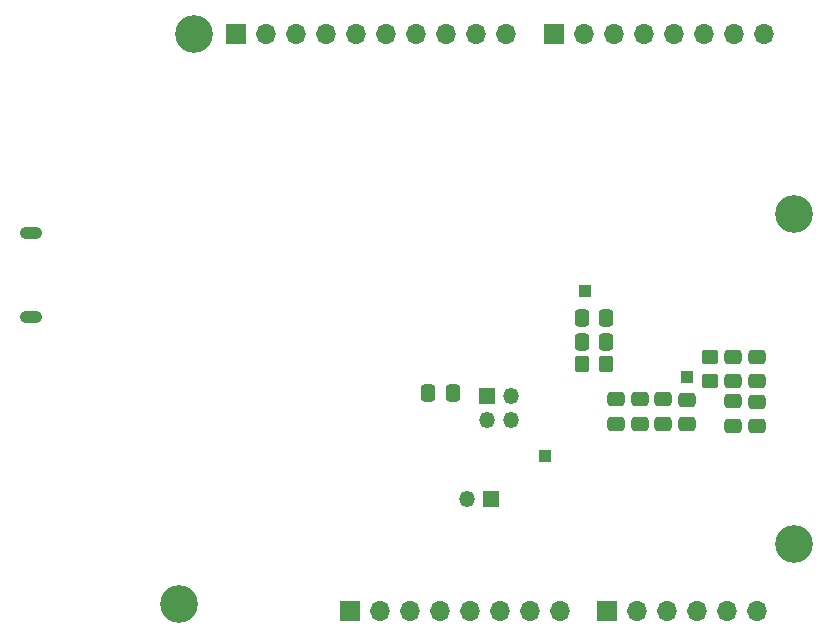
<source format=gbr>
%TF.GenerationSoftware,KiCad,Pcbnew,7.0.1*%
%TF.CreationDate,2023-05-12T19:52:32+02:00*%
%TF.ProjectId,UFO-FPGA,55464f2d-4650-4474-912e-6b696361645f,V0.8*%
%TF.SameCoordinates,Original*%
%TF.FileFunction,Soldermask,Bot*%
%TF.FilePolarity,Negative*%
%FSLAX46Y46*%
G04 Gerber Fmt 4.6, Leading zero omitted, Abs format (unit mm)*
G04 Created by KiCad (PCBNEW 7.0.1) date 2023-05-12 19:52:32*
%MOMM*%
%LPD*%
G01*
G04 APERTURE LIST*
G04 Aperture macros list*
%AMRoundRect*
0 Rectangle with rounded corners*
0 $1 Rounding radius*
0 $2 $3 $4 $5 $6 $7 $8 $9 X,Y pos of 4 corners*
0 Add a 4 corners polygon primitive as box body*
4,1,4,$2,$3,$4,$5,$6,$7,$8,$9,$2,$3,0*
0 Add four circle primitives for the rounded corners*
1,1,$1+$1,$2,$3*
1,1,$1+$1,$4,$5*
1,1,$1+$1,$6,$7*
1,1,$1+$1,$8,$9*
0 Add four rect primitives between the rounded corners*
20,1,$1+$1,$2,$3,$4,$5,0*
20,1,$1+$1,$4,$5,$6,$7,0*
20,1,$1+$1,$6,$7,$8,$9,0*
20,1,$1+$1,$8,$9,$2,$3,0*%
G04 Aperture macros list end*
%ADD10R,1.700000X1.700000*%
%ADD11O,1.700000X1.700000*%
%ADD12C,3.200000*%
%ADD13O,1.900000X1.050000*%
%ADD14R,1.350000X1.350000*%
%ADD15O,1.350000X1.350000*%
%ADD16RoundRect,0.250000X-0.475000X0.337500X-0.475000X-0.337500X0.475000X-0.337500X0.475000X0.337500X0*%
%ADD17RoundRect,0.250000X-0.337500X-0.475000X0.337500X-0.475000X0.337500X0.475000X-0.337500X0.475000X0*%
%ADD18RoundRect,0.250000X-0.450000X0.350000X-0.450000X-0.350000X0.450000X-0.350000X0.450000X0.350000X0*%
%ADD19RoundRect,0.250000X0.475000X-0.337500X0.475000X0.337500X-0.475000X0.337500X-0.475000X-0.337500X0*%
%ADD20RoundRect,0.250000X0.337500X0.475000X-0.337500X0.475000X-0.337500X-0.475000X0.337500X-0.475000X0*%
%ADD21R,1.000000X1.000000*%
%ADD22RoundRect,0.250000X-0.350000X-0.450000X0.350000X-0.450000X0.350000X0.450000X-0.350000X0.450000X0*%
G04 APERTURE END LIST*
D10*
%TO.C,J2*%
X161710000Y-99500000D03*
D11*
X164250000Y-99500000D03*
X166790000Y-99500000D03*
X169330000Y-99500000D03*
X171870000Y-99500000D03*
X174410000Y-99500000D03*
%TD*%
D12*
%TO.C,MH2*%
X125478000Y-98940000D03*
%TD*%
D10*
%TO.C,J3*%
X130304000Y-50680000D03*
D11*
X132844000Y-50680000D03*
X135384000Y-50680000D03*
X137924000Y-50680000D03*
X140464000Y-50680000D03*
X143004000Y-50680000D03*
X145544000Y-50680000D03*
X148084000Y-50680000D03*
X150624000Y-50680000D03*
X153164000Y-50680000D03*
%TD*%
D13*
%TO.C,J5*%
X112970000Y-67505000D03*
X112970000Y-74655000D03*
%TD*%
D10*
%TO.C,J4*%
X157228000Y-50680000D03*
D11*
X159768000Y-50680000D03*
X162308000Y-50680000D03*
X164848000Y-50680000D03*
X167388000Y-50680000D03*
X169928000Y-50680000D03*
X172468000Y-50680000D03*
X175008000Y-50680000D03*
%TD*%
D14*
%TO.C,J6*%
X151610000Y-81380000D03*
D15*
X153610000Y-81380000D03*
X151610000Y-83380000D03*
X153610000Y-83380000D03*
%TD*%
D14*
%TO.C,JP1*%
X151910000Y-90030000D03*
D15*
X149910000Y-90030000D03*
%TD*%
D10*
%TO.C,J1*%
X139960000Y-99500000D03*
D11*
X142500000Y-99500000D03*
X145040000Y-99500000D03*
X147580000Y-99500000D03*
X150120000Y-99500000D03*
X152660000Y-99500000D03*
X155200000Y-99500000D03*
X157740000Y-99500000D03*
%TD*%
D12*
%TO.C,MH1*%
X126748000Y-50680000D03*
%TD*%
%TO.C,MH3*%
X177548000Y-65920000D03*
%TD*%
%TO.C,MH4*%
X177548000Y-93860000D03*
%TD*%
D16*
%TO.C,C31*%
X172420000Y-81772500D03*
X172420000Y-83847500D03*
%TD*%
D17*
%TO.C,C17*%
X159605200Y-74755800D03*
X161680200Y-74755800D03*
%TD*%
D18*
%TO.C,R26*%
X170460000Y-78040000D03*
X170460000Y-80040000D03*
%TD*%
D19*
%TO.C,C20*%
X174400000Y-80087500D03*
X174400000Y-78012500D03*
%TD*%
D20*
%TO.C,C15*%
X148662500Y-81050000D03*
X146587500Y-81050000D03*
%TD*%
D16*
%TO.C,C69*%
X164510000Y-81622500D03*
X164510000Y-83697500D03*
%TD*%
%TO.C,C67*%
X166490000Y-81612500D03*
X166490000Y-83687500D03*
%TD*%
%TO.C,C43*%
X168478100Y-81639700D03*
X168478100Y-83714700D03*
%TD*%
D21*
%TO.C,TP6*%
X168470000Y-79760000D03*
%TD*%
D22*
%TO.C,R25*%
X159630000Y-78670000D03*
X161630000Y-78670000D03*
%TD*%
D17*
%TO.C,C18*%
X159614000Y-76739600D03*
X161689000Y-76739600D03*
%TD*%
D16*
%TO.C,C61*%
X162520000Y-81612500D03*
X162520000Y-83687500D03*
%TD*%
%TO.C,C32*%
X174420000Y-81812500D03*
X174420000Y-83887500D03*
%TD*%
D19*
%TO.C,C19*%
X172430000Y-80077500D03*
X172430000Y-78002500D03*
%TD*%
D21*
%TO.C,TP3*%
X156500000Y-86440000D03*
%TD*%
%TO.C,TP5*%
X159830000Y-72480000D03*
%TD*%
M02*

</source>
